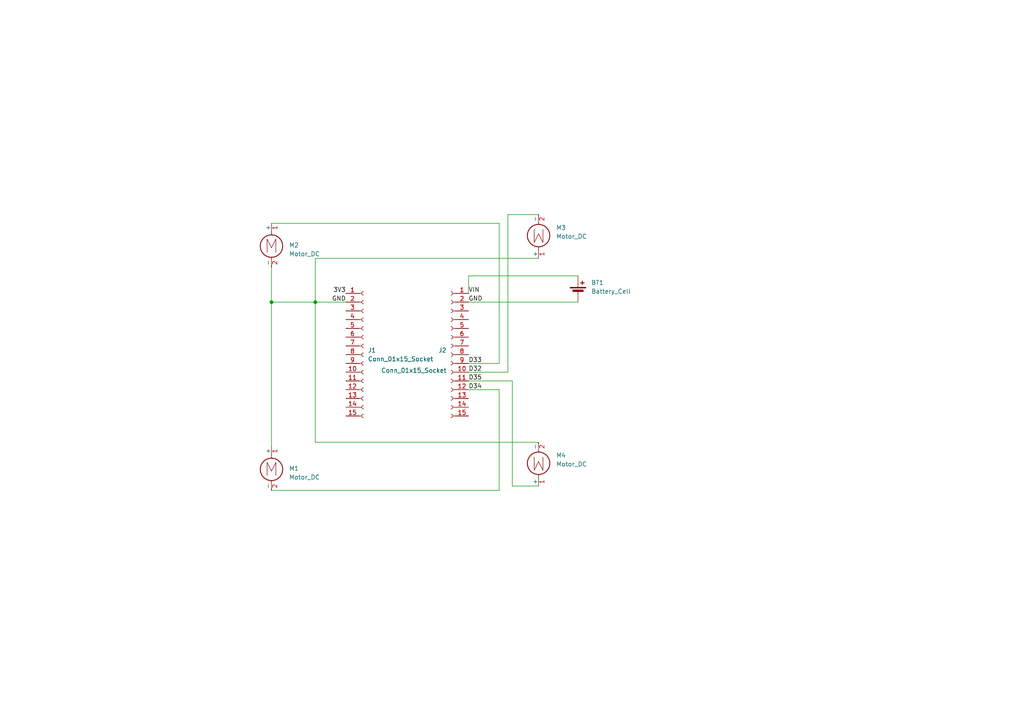
<source format=kicad_sch>
(kicad_sch (version 20250114) (generator "eeschema") (generator_version "9.0")
  (paper "A4")
  (lib_symbols
    (symbol "Connector:Conn_01x15_Socket" (pin_names (offset 1.016) (hide yes))
      (property "Reference" "J" (at 0 20.32 0))
      (property "Value" "Conn_01x15_Socket" (at 0 -20.32 0))
      (symbol "Conn_01x15_Socket_1_1"
        (polyline (pts (xy -1.27 17.78) (xy -0.508 17.78)) (stroke (width 0.1524)))
        (polyline (pts (xy -1.27 15.24) (xy -0.508 15.24)) (stroke (width 0.1524)))
        (polyline (pts (xy -1.27 12.7) (xy -0.508 12.7)) (stroke (width 0.1524)))
        (polyline (pts (xy -1.27 10.16) (xy -0.508 10.16)) (stroke (width 0.1524)))
        (polyline (pts (xy -1.27 7.62) (xy -0.508 7.62)) (stroke (width 0.1524)))
        (polyline (pts (xy -1.27 5.08) (xy -0.508 5.08)) (stroke (width 0.1524)))
        (polyline (pts (xy -1.27 2.54) (xy -0.508 2.54)) (stroke (width 0.1524)))
        (polyline (pts (xy -1.27 0) (xy -0.508 0)) (stroke (width 0.1524)))
        (polyline (pts (xy -1.27 -2.54) (xy -0.508 -2.54)) (stroke (width 0.1524)))
        (polyline (pts (xy -1.27 -5.08) (xy -0.508 -5.08)) (stroke (width 0.1524)))
        (polyline (pts (xy -1.27 -7.62) (xy -0.508 -7.62)) (stroke (width 0.1524)))
        (polyline (pts (xy -1.27 -10.16) (xy -0.508 -10.16)) (stroke (width 0.1524)))
        (polyline (pts (xy -1.27 -12.7) (xy -0.508 -12.7)) (stroke (width 0.1524)))
        (polyline (pts (xy -1.27 -15.24) (xy -0.508 -15.24)) (stroke (width 0.1524)))
        (polyline (pts (xy -1.27 -17.78) (xy -0.508 -17.78)) (stroke (width 0.1524)))
        (arc (start 0 17.272) (mid -0.5058 17.78) (end 0 18.288) (stroke (width 0.1524)))
        (arc (start 0 14.732) (mid -0.5058 15.24) (end 0 15.748) (stroke (width 0.1524)))
        (arc (start 0 12.192) (mid -0.5058 12.7) (end 0 13.208) (stroke (width 0.1524)))
        (arc (start 0 9.652) (mid -0.5058 10.16) (end 0 10.668) (stroke (width 0.1524)))
        (arc (start 0 7.112) (mid -0.5058 7.62) (end 0 8.128) (stroke (width 0.1524)))
        (arc (start 0 4.572) (mid -0.5058 5.08) (end 0 5.588) (stroke (width 0.1524)))
        (arc (start 0 2.032) (mid -0.5058 2.54) (end 0 3.048) (stroke (width 0.1524)))
        (arc (start 0 -0.508) (mid -0.5058 0) (end 0 0.508) (stroke (width 0.1524)))
        (arc (start 0 -3.048) (mid -0.5058 -2.54) (end 0 -2.032) (stroke (width 0.1524)))
        (arc (start 0 -5.588) (mid -0.5058 -5.08) (end 0 -4.572) (stroke (width 0.1524)))
        (arc (start 0 -8.128) (mid -0.5058 -7.62) (end 0 -7.112) (stroke (width 0.1524)))
        (arc (start 0 -10.668) (mid -0.5058 -10.16) (end 0 -9.652) (stroke (width 0.1524)))
        (arc (start 0 -13.208) (mid -0.5058 -12.7) (end 0 -12.192) (stroke (width 0.1524)))
        (arc (start 0 -15.748) (mid -0.5058 -15.24) (end 0 -14.732) (stroke (width 0.1524)))
        (arc (start 0 -18.288) (mid -0.5058 -17.78) (end 0 -17.272) (stroke (width 0.1524)))
        (pin passive line (at -5.08 17.78 0) (length 3.81) (name "Pin_1") (number "1"))
        (pin passive line (at -5.08 15.24 0) (length 3.81) (name "Pin_2") (number "2"))
        (pin passive line (at -5.08 12.7 0) (length 3.81) (name "Pin_3") (number "3"))
        (pin passive line (at -5.08 10.16 0) (length 3.81) (name "Pin_4") (number "4"))
        (pin passive line (at -5.08 7.62 0) (length 3.81) (name "Pin_5") (number "5"))
        (pin passive line (at -5.08 5.08 0) (length 3.81) (name "Pin_6") (number "6"))
        (pin passive line (at -5.08 2.54 0) (length 3.81) (name "Pin_7") (number "7"))
        (pin passive line (at -5.08 0 0) (length 3.81) (name "Pin_8") (number "8"))
        (pin passive line (at -5.08 -2.54 0) (length 3.81) (name "Pin_9") (number "9"))
        (pin passive line (at -5.08 -5.08 0) (length 3.81) (name "Pin_10") (number "10"))
        (pin passive line (at -5.08 -7.62 0) (length 3.81) (name "Pin_11") (number "11"))
        (pin passive line (at -5.08 -10.16 0) (length 3.81) (name "Pin_12") (number "12"))
        (pin passive line (at -5.08 -12.7 0) (length 3.81) (name "Pin_13") (number "13"))
        (pin passive line (at -5.08 -15.24 0) (length 3.81) (name "Pin_14") (number "14"))
        (pin passive line (at -5.08 -17.78 0) (length 3.81) (name "Pin_15") (number "15"))
      )
    )
    (symbol "Device:Battery_Cell" (pin_numbers (hide yes)) (pin_names (offset 0) (hide yes))
      (property "Reference" "BT" (at 2.54 2.54 0))
      (property "Value" "Battery_Cell" (at 2.54 0 0))
      (symbol "Battery_Cell_0_1"
        (rectangle (start -2.286 1.778) (end 2.286 1.524) (fill (type outline)))
        (rectangle (start -1.524 1.016) (end 1.524 0.508) (fill (type outline)))
        (polyline (pts (xy 0 1.778) (xy 0 2.54)))
        (polyline (pts (xy 0 0.762) (xy 0 0)))
        (polyline (pts (xy 0.762 3.048) (xy 1.778 3.048)) (stroke (width 0.254)))
        (polyline (pts (xy 1.27 3.556) (xy 1.27 2.54)) (stroke (width 0.254)))
      )
      (symbol "Battery_Cell_1_1"
        (pin passive line (at 0 5.08 270) (length 2.54) (name "+") (number "1"))
        (pin passive line (at 0 -2.54 90) (length 2.54) (name "-") (number "2"))
      )
    )
    (symbol "Motor:Motor_DC" (pin_names (offset 0))
      (property "Reference" "M" (at 2.54 2.54 0))
      (property "Value" "Motor_DC" (at 2.54 -5.08 0))
      (symbol "Motor_DC_0_0"
        (polyline (pts (xy -1.27 -3.302) (xy -1.27 0.508) (xy 0 -2.032) (xy 1.27 0.508) (xy 1.27 -3.302)))
      )
      (symbol "Motor_DC_0_1"
        (polyline (pts (xy 0 2.032) (xy 0 2.54)))
        (polyline (pts (xy 0 1.7272) (xy 0 2.0828)))
        (circle (center 0 -1.524) (radius 3.2512) (stroke (width 0.254)))
        (polyline (pts (xy 0 -4.7752) (xy 0 -5.1816)))
        (polyline (pts (xy 0 -7.62) (xy 0 -7.112)))
      )
      (symbol "Motor_DC_1_1"
        (pin passive line (at 0 5.08 270) (length 2.54) (name "+") (number "1"))
        (pin passive line (at 0 -7.62 90) (length 2.54) (name "-") (number "2"))
      )
    )
  )
  (junction (at 78.74 87.63))
  (junction (at 91.44 87.63))
  (wire (pts (xy 147.32 62.23) (xy 147.32 107.95)))
  (wire (pts (xy 78.74 64.77) (xy 144.78 64.77)))
  (wire (pts (xy 167.64 80.01) (xy 135.89 80.01)))
  (wire (pts (xy 135.89 87.63) (xy 167.64 87.63)))
  (wire (pts (xy 144.78 105.41) (xy 135.89 105.41)))
  (wire (pts (xy 148.59 140.97) (xy 148.59 110.49)))
  (wire (pts (xy 100.33 87.63) (xy 91.44 87.63)))
  (wire (pts (xy 156.21 128.27) (xy 91.44 128.27)))
  (wire (pts (xy 144.78 113.03) (xy 135.89 113.03)))
  (wire (pts (xy 78.74 87.63) (xy 78.74 129.54)))
  (wire (pts (xy 144.78 64.77) (xy 144.78 105.41)))
  (wire (pts (xy 91.44 74.93) (xy 91.44 87.63)))
  (wire (pts (xy 78.74 87.63) (xy 78.74 77.47)))
  (wire (pts (xy 156.21 62.23) (xy 147.32 62.23)))
  (wire (pts (xy 91.44 128.27) (xy 91.44 87.63)))
  (wire (pts (xy 144.78 142.24) (xy 144.78 113.03)))
  (wire (pts (xy 135.89 110.49) (xy 148.59 110.49)))
  (wire (pts (xy 156.21 140.97) (xy 148.59 140.97)))
  (wire (pts (xy 147.32 107.95) (xy 135.89 107.95)))
  (wire (pts (xy 135.89 80.01) (xy 135.89 85.09)))
  (wire (pts (xy 91.44 87.63) (xy 78.74 87.63)))
  (wire (pts (xy 78.74 142.24) (xy 144.78 142.24)))
  (wire (pts (xy 156.21 74.93) (xy 91.44 74.93)))
  (label "VIN" (at 135.89 85.09 0))
  (label "3V3" (at 100.33 85.09 180))
  (label "GND" (at 135.89 87.63 0))
  (label "D32" (at 135.89 107.95 0))
  (label "D35" (at 135.89 110.49 0) (effects (font (thickness 0.1588))))
  (label "GND" (at 100.33 87.63 180))
  (label "D34" (at 135.89 113.03 0))
  (label "D33" (at 135.89 105.41 0))
  (symbol (lib_id "Motor:Motor_DC") (at 78.74 69.85 0) (unit 1)
    (property "Reference" "M2" (at 83.82 71.1199 0) (effects (justify left)))
    (property "Value" "Motor_DC" (at 83.82 73.6599 0) (effects (justify left)))
    (property "Footprint" "Connector_Wire:SolderWire-0.15sqmm_1x02_P4mm_D0.5mm_OD1.5mm" (effects (hide yes)))
    (property "Description" "DC Motor" (effects (hide yes)))
  )
  (symbol (lib_id "Motor:Motor_DC") (at 156.21 69.85 180) (unit 1)
    (property "Reference" "M3" (at 161.29 66.0399 0) (effects (justify right)))
    (property "Value" "Motor_DC" (at 161.29 68.5799 0) (effects (justify right)))
    (property "Footprint" "Connector_Wire:SolderWire-0.15sqmm_1x02_P4mm_D0.5mm_OD1.5mm" (effects (hide yes)))
    (property "Description" "DC Motor" (effects (hide yes)))
  )
  (symbol (lib_id "Connector:Conn_01x15_Socket") (at 130.81 102.87 0) (mirror y) (unit 1)
    (property "Reference" "J2" (at 129.54 101.5999 0) (effects (justify left)))
    (property "Value" "Conn_01x15_Socket" (at 129.54 107.442 0) (effects (justify left)))
    (property "Footprint" "Connector_PinSocket_2.54mm:PinSocket_1x15_P2.54mm_Vertical" (effects (hide yes)))
    (property "Description" "Generic connector, single row, 01x15, script generated" (effects (hide yes)))
  )
  (symbol (lib_id "Device:Battery_Cell") (at 167.64 85.09 0) (unit 1)
    (property "Reference" "BT1" (at 171.45 81.9784 0) (effects (justify left)))
    (property "Value" "Battery_Cell" (at 171.45 84.5184 0) (effects (justify left)))
    (property "Footprint" "Connector_Wire:SolderWire-0.15sqmm_1x02_P4mm_D0.5mm_OD1.5mm" (effects (hide yes)))
    (property "Description" "Single-cell battery" (effects (hide yes)))
  )
  (symbol (lib_id "Motor:Motor_DC") (at 78.74 134.62 0) (unit 1)
    (property "Reference" "M1" (at 83.82 135.8899 0) (effects (justify left)))
    (property "Value" "Motor_DC" (at 83.82 138.4299 0) (effects (justify left)))
    (property "Footprint" "Connector_Wire:SolderWire-0.15sqmm_1x02_P4mm_D0.5mm_OD1.5mm" (effects (hide yes)))
    (property "Description" "DC Motor" (effects (hide yes)))
  )
  (symbol (lib_id "Motor:Motor_DC") (at 156.21 135.89 180) (unit 1)
    (property "Reference" "M4" (at 161.29 132.0799 0) (effects (justify right)))
    (property "Value" "Motor_DC" (at 161.29 134.6199 0) (effects (justify right)))
    (property "Footprint" "Connector_Wire:SolderWire-0.15sqmm_1x02_P4mm_D0.5mm_OD1.5mm" (effects (hide yes)))
    (property "Description" "DC Motor" (effects (hide yes)))
  )
  (symbol (lib_id "Connector:Conn_01x15_Socket") (at 105.41 102.87 0) (unit 1)
    (property "Reference" "J1" (at 106.68 101.5999 0) (effects (justify left)))
    (property "Value" "Conn_01x15_Socket" (at 106.68 104.1399 0) (effects (justify left)))
    (property "Footprint" "Connector_PinSocket_2.54mm:PinSocket_1x15_P2.54mm_Vertical" (effects (hide yes)))
    (property "Description" "Generic connector, single row, 01x15, script generated" (effects (hide yes)))
  )
)
</source>
